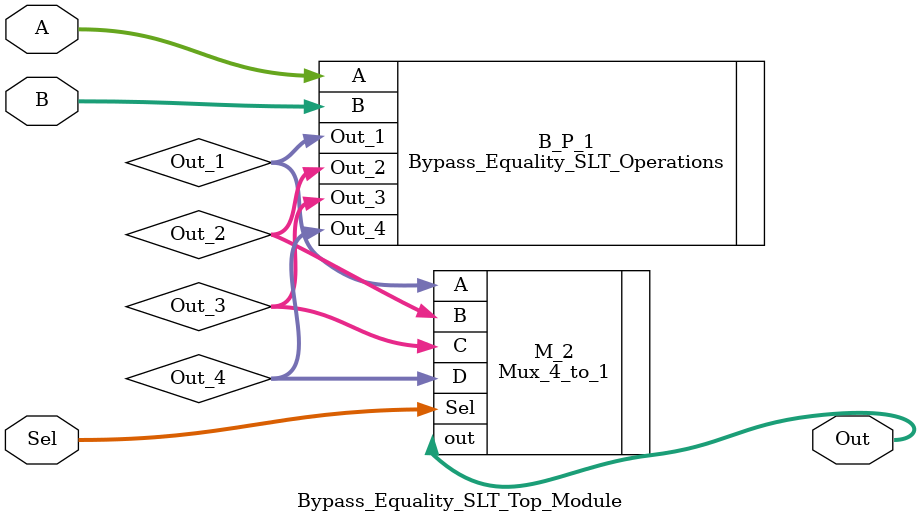
<source format=v>
module Bypass_Equality_SLT_Top_Module (
   input [3:0] A , B , 
   input [1:0] Sel , 
   output [3:0] Out 
);

wire [3:0] Out_1 , Out_2 , Out_3 , Out_4 ;  

Bypass_Equality_SLT_Operations B_P_1 (.A( A ) ,
                                      .B( B ) , 
                                      .Out_1( Out_1 ) ,
                                      .Out_2( Out_2 ) ,
                                      .Out_3( Out_3 ) ,
                                      .Out_4( Out_4 )  
                                     );

Mux_4_to_1 M_2 (.A   ( Out_1 )  ,
                .B   ( Out_2 ) ,
                .C   ( Out_3 ) ,
                .D   ( Out_4 )  ,
                .Sel ( Sel ) ,
                .out ( Out ) 
               );

endmodule

</source>
